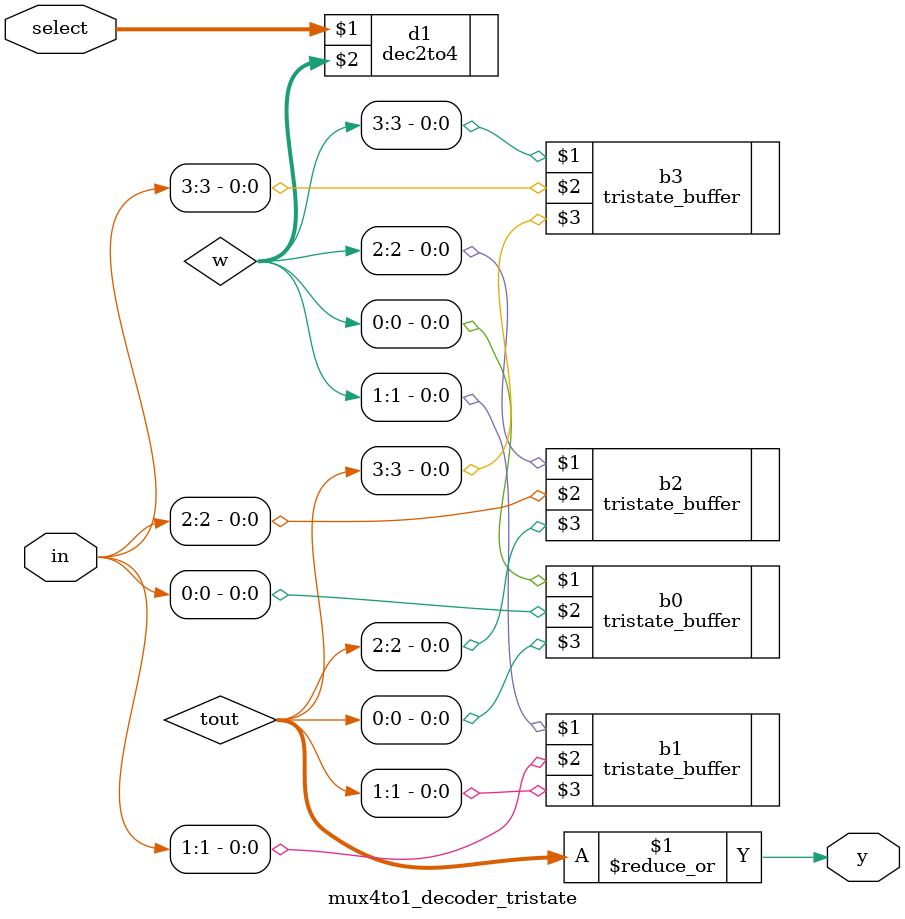
<source format=v>
module mux4to1_decoder_tristate(select, in, y);
input [1:0] select;
input [3:0] in;
output wor y;
wire [3:0] w;
wire [3:0] tout;

dec2to4 d1(select, w);

//now tristate buffer.
tristate_buffer b3(w[3], in[3], tout[3]);
tristate_buffer b2(w[2], in[2], tout[2]);
tristate_buffer b1(w[1], in[1], tout[1]);
tristate_buffer b0(w[0], in[0], tout[0]); 

assign y = tout[0];
assign y = tout[1];
assign y = tout[2];
assign y = tout[3];

endmodule 

</source>
